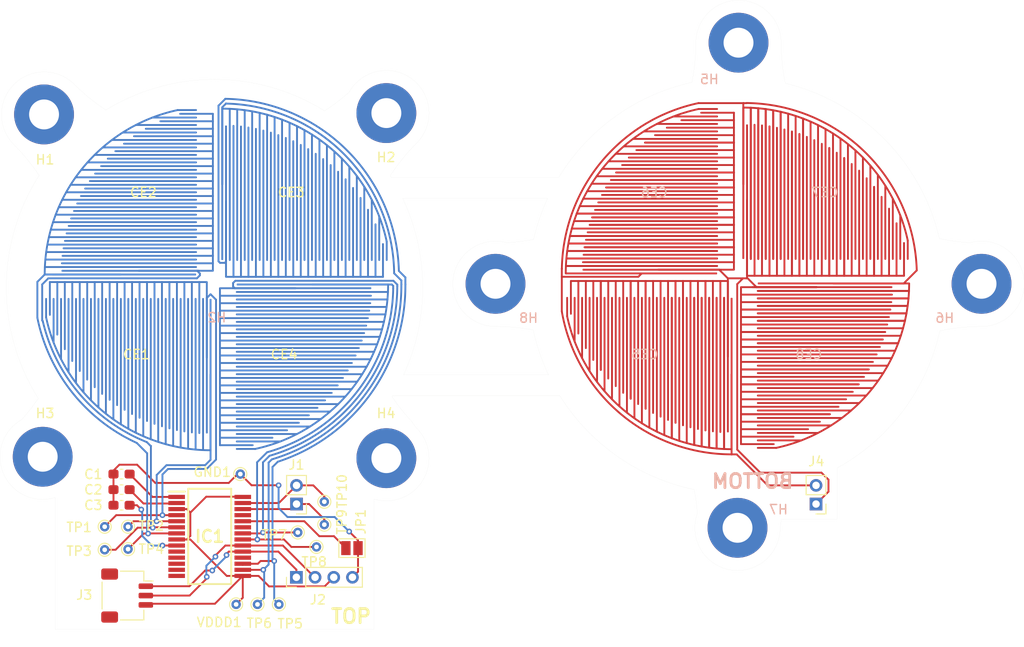
<source format=kicad_pcb>
(kicad_pcb (version 20241229) (generator "pcbnew") (generator_version "9.0")
  (layers (0 "F.Cu" signal) (2 "B.Cu" signal) (13 "F.Paste" user) (15 "B.Paste" user) (5 "F.SilkS" user "F.Silkscreen") (7 "B.SilkS" user "B.Silkscreen") (1 "F.Mask" user) (3 "B.Mask" user) (25 "Edge.Cuts" user))
  (net 0 "")
  (net 1 "Net-(IC1-VCCD)")
  (net 2 "GND")
  (net 3 "Net-(IC1-VSSD)")
  (net 4 "Net-(IC1-VSSA)")
  (net 5 "P5.3")
  (net 6 "P5.2")
  (net 7 "P1.1")
  (net 8 "P1.0")
  (net 9 "P1.3")
  (net 10 "P1.2")
  (net 16 "VDDA_1")
  (net 17 "P3.6")
  (net 18 "P3.1")
  (net 20 "Net-(IC1-XRES)")
  (net 22 "P3.7")
  (net 24 "P3.2")
  (net 31 "P0.1")
  (net 33 "P0.0")
  (footprint "PCB Coils:COIL_GENERATOR_1" (layer "F.Cu") (at 186.562915 50.091 180)
    (property "Reference" "CE2")
    (property "Value" "C")
  )
  (footprint "MountingHole:MountingHole_3.2mm_M3_Pad" (layer "F.Cu") (at 216.813046 51.087283)
    (property "Reference" "H8")
    (property "Value" "~")
  )
  (footprint "PCB Coils:COIL_GENERATOR_1" (layer "F.Cu") (at 187.567915 50.341 90)
    (property "Reference" "CE3")
    (property "Value" "C")
  )
  (footprint "TestPoint:TestPoint_THTPad_D1.0mm_Drill0.5mm" (layer "F.Cu") (at 177.4821 77.086)
    (property "Reference" "TP2")
    (property "Value" "TestPoint")
  )
  (footprint "MountingHole:MountingHole_3.2mm_M3_Pad" (layer "F.Cu") (at 242.822646 25.280883)
    (property "Reference" "H5")
    (property "Value" "~")
  )
  (footprint "Connector_PinHeader_2.00mm:PinHeader_1x04_P2.00mm_Vertical" (layer "F.Cu") (at 195.5 82.5 90)
    (property "Reference" "J2")
    (property "Value" "Conn_01x04")
  )
  (footprint "Capacitor_SMD:C_0603_1608Metric_Pad1.08x0.95mm_HandSolder" (layer "F.Cu") (at 176.7875 73.115 180)
    (property "Reference" "C2")
    (property "Value" "0.1uF")
  )
  (footprint "PCB Coils:COIL_GENERATOR" (layer "F.Cu") (at 242.33072 49.976 180)
    (property "Reference" "CE6")
    (property "Value" "C")
  )
  (footprint "Connector_PinHeader_2.00mm:PinHeader_1x02_P2.00mm_Vertical" (layer "F.Cu") (at 251.121 74.66 180)
    (property "Reference" "J4")
    (property "Value" "Conn_01x02")
  )
  (footprint "TestPoint:TestPoint_THTPad_D1.0mm_Drill0.5mm" (layer "F.Cu") (at 174.9821 79.552667 180)
    (property "Reference" "TP3")
    (property "Value" "TestPoint")
  )
  (footprint "PCB Coils:COIL_GENERATOR" (layer "F.Cu") (at 243.33572 50.226 90)
    (property "Reference" "CE7")
    (property "Value" "C")
  )
  (footprint "Jumper:SolderJumper-2_P1.3mm_Open_Pad1.0x1.5mm" (layer "F.Cu") (at 201.448 79.376)
    (property "Reference" "JP1")
    (property "Value" "SolderJumper_2_Open")
  )
  (footprint "Capacitor_SMD:C_0603_1608Metric_Pad1.08x0.95mm_HandSolder" (layer "F.Cu") (at 176.7875 74.787 180)
    (property "Reference" "C3")
    (property "Value" "0.1uF")
  )
  (footprint "TestPoint:TestPoint_THTPad_D1.0mm_Drill0.5mm" (layer "F.Cu") (at 197.65 79.25 180)
    (property "Reference" "TP8")
    (property "Value" "TestPoint")
  )
  (footprint "TestPoint:TestPoint_THTPad_D1.0mm_Drill0.5mm" (layer "F.Cu") (at 198.490493 76.86154 180)
    (property "Reference" "TP9")
    (property "Value" "TestPoint")
  )
  (footprint "MountingHole:MountingHole_3.2mm_M3_Pad" (layer "F.Cu") (at 168.491566 32.958434)
    (property "Reference" "H1")
    (property "Value" "~")
  )
  (footprint "Connector_PinHeader_2.00mm:PinHeader_1x02_P2.00mm_Vertical" (layer "F.Cu") (at 195.5161 74.66 180)
    (property "Reference" "J1")
    (property "Value" "Conn_01x02" (hide yes))
  )
  (footprint "Connector_JST:JST_SH_SM03B-SRSS-TB_1x03-1MP_P1.00mm_Horizontal" (layer "F.Cu") (at 177.3871 84.455 -90)
    (property "Reference" "J3")
    (property "Value" "Conn_01x04")
  )
  (footprint "MountingHole:MountingHole_3.2mm_M3_Pad" (layer "F.Cu") (at 268.832246 51.087283)
    (property "Reference" "H6")
    (property "Value" "~")
  )
  (footprint "ECE382N:SOP65P780X200-28N" (layer "F.Cu") (at 186.223505 78.125)
    (property "Reference" "IC1")
    (property "Value" "CY8C4145PVI-PS431" (hide yes))
  )
  (footprint "TestPoint:TestPoint_THTPad_D1.0mm_Drill0.5mm" (layer "F.Cu") (at 177.4821 79.486 180)
    (property "Reference" "TP4")
    (property "Value" "TestPoint")
  )
  (footprint "MountingHole:MountingHole_3.2mm_M3_Pad" (layer "F.Cu") (at 205.131046 69.749583)
    (property "Reference" "H4")
    (property "Value" "~")
  )
  (footprint "PCB Coils:COIL_GENERATOR_1" (layer "F.Cu") (at 186.312915 50.902 -90)
    (property "Reference" "CE1")
    (property "Value" "C")
  )
  (footprint "TestPoint:TestPoint_THTPad_D1.0mm_Drill0.5mm" (layer "F.Cu") (at 193.629445 85.4 90)
    (property "Reference" "TP5")
    (property "Value" "TestPoint")
  )
  (footprint "TestPoint:TestPoint_THTPad_D1.0mm_Drill0.5mm" (layer "F.Cu") (at 191.336 85.4)
    (property "Reference" "TP6")
    (property "Value" "TestPoint")
  )
  (footprint "PCB Coils:COIL_GENERATOR_1" (layer "F.Cu") (at 187.317915 51.162)
    (property "Reference" "CE4")
    (property "Value" "C")
  )
  (footprint "TestPoint:TestPoint_THTPad_D1.0mm_Drill0.5mm" (layer "F.Cu") (at 198.490493 74.41154 180)
    (property "Reference" "TP10")
    (property "Value" "TestPoint")
  )
  (footprint "TestPoint:TestPoint_THTPad_D1.0mm_Drill0.5mm" (layer "F.Cu") (at 195.65 77.7 180)
    (property "Reference" "TP7")
    (property "Value" "TestPoint")
  )
  (footprint "PCB Coils:COIL_GENERATOR" (layer "F.Cu") (at 243.08572 51.047)
    (property "Reference" "CE8")
    (property "Value" "C")
  )
  (footprint "TestPoint:TestPoint_THTPad_D1.0mm_Drill0.5mm" (layer "F.Cu") (at 189.05 85.4 180)
    (property "Reference" "VDDD1")
    (property "Value" "TestPoint")
  )
  (footprint "PCB Coils:COIL_GENERATOR" (layer "F.Cu") (at 242.08072 50.787 -90)
    (property "Reference" "CE5")
    (property "Value" "C")
  )
  (footprint "Capacitor_SMD:C_0603_1608Metric_Pad1.08x0.95mm_HandSolder" (layer "F.Cu") (at 176.7875 71.45 180)
    (property "Reference" "C1")
    (property "Value" "0.1uF")
  )
  (footprint "MountingHole:MountingHole_3.2mm_M3_Pad" (layer "F.Cu") (at 168.347876 69.597883)
    (property "Reference" "H3")
    (property "Value" "~")
  )
  (footprint "MountingHole:MountingHole_3.2mm_M3_Pad" (layer "F.Cu") (at 242.715396 77.204133)
    (property "Reference" "H7")
    (property "Value" "~")
  )
  (footprint "TestPoint:TestPoint_THTPad_D1.0mm_Drill0.5mm" (layer "F.Cu") (at 189.5 71.45)
    (property "Reference" "GND1")
    (property "Value" "TestPoint")
  )
  (footprint "MountingHole:MountingHole_3.2mm_M3_Pad" (layer "F.Cu") (at 205.131006 32.814753)
    (property "Reference" "H2")
    (property "Value" "~")
  )
  (footprint "TestPoint:TestPoint_THTPad_D1.0mm_Drill0.5mm" (layer "F.Cu") (at 174.9821 77.086)
    (property "Reference" "TP1")
    (property "Value" "TestPoint")
  )
  (gr_arc (start 242.08072 69.342) (mid 230.199447 65.004107) (end 223.908189 54.03133) (stroke (width 0.2)) (layer "F.Cu") (net 5))
  (gr_arc (start 223.91414 49.4792) (mid 228.126513 38.052858) (end 238.543406 31.744623) (stroke (width 0.2)) (layer "F.Cu") (net 5))
  (gr_arc (start 243.699965 31.736812) (mid 256.40309 37.032601) (end 261.9 49.65) (stroke (width 0.2)) (layer "F.Cu") (net 5))
  (gr_arc (start 179.494375 68.031351) (mid 172.330412 62.918533) (end 168.352995 55.0672) (stroke (width 0.2)) (layer "B.Cu") (net 10))
  (gr_arc (start 205.863053 51.565005) (mid 202.033397 62.585608) (end 192.366431 69.117799) (stroke (width 0.2)) (layer "B.Cu") (net 33))
  (gr_arc (start 207.166597 51.155728) (mid 203.440069 62.876757) (end 193.509041 70.132405) (stroke (width 0.2)) (layer "B.Cu") (net 24))
  (gr_arc (start 187.882195 31.286187) (mid 200.876977 36.761217) (end 206.469101 49.70604) (stroke (width 0.2)) (layer "B.Cu") (net 24))
  (gr_arc (start 187.963946 31.797564) (mid 200.635265 37.240356) (end 205.964164 49.96) (stroke (width 0.2)) (layer "B.Cu") (net 18))
  (gr_arc (start 178.424812 68.123433) (mid 171.4951 62.7) (end 167.776338 54.724707) (stroke (width 0.2)) (layer "B.Cu") (net 9))
  (gr_arc (start 206.299177 51.353274) (mid 202.486677 62.707486) (end 192.620041 69.497405) (stroke (width 0.2)) (layer "B.Cu") (net 31))
  (gr_arc (start 206.735478 51.155121) (mid 202.936577 62.83534) (end 192.874041 69.878405) (stroke (width 0.2)) (layer "B.Cu") (net 18))
  (gr_arc (start 216.813046 55.653635) (mid 212.2889 50.467868) (end 218.040426 46.688975) (stroke (width 0.008)) (layer "Edge.Cuts"))
  (gr_line (start 206.966778 60.840883) (end 222.487259 60.840883) (stroke (width 0.008)) (layer "Edge.Cuts"))
  (gr_arc (start 165.262667 36.187333) (mid 166.696577 37.771834) (end 167.965653 39.49119) (stroke (width 0.008)) (layer "Edge.Cuts"))
  (gr_arc (start 222.487259 60.840883) (mid 221.529753 58.483548) (end 220.847236 56.032423) (stroke (width 0.008)) (layer "Edge.Cuts"))
  (gr_line (start 203.808246 88.069683) (end 203.808246 74.120137) (stroke (width 0.008)) (layer "Edge.Cuts"))
  (gr_arc (start 175.107991 32.487779) (mid 173.343807 31.195145) (end 171.720464 29.729536) (stroke (width 0.008)) (layer "Edge.Cuts"))
  (gr_arc (start 238.256294 25.280883) (mid 242.822646 20.714531) (end 247.388998 25.280883) (stroke (width 0.008)) (layer "Edge.Cuts"))
  (gr_line (start 208.344731 66.505547) (end 207.806458 65.772968) (stroke (width 0.008)) (layer "Edge.Cuts"))
  (gr_arc (start 247.281699 77.182719) (mid 241.9388 81.703965) (end 238.420422 75.653404) (stroke (width 0.008)) (layer "Edge.Cuts"))
  (gr_arc (start 267.604866 46.688975) (mid 273.356392 50.467868) (end 268.832246 55.653635) (stroke (width 0.008)) (layer "Edge.Cuts"))
  (gr_arc (start 223.583609 39.708083) (mid 229.665648 33.160005) (end 237.831414 29.528363) (stroke (width 0.008)) (layer "Edge.Cuts"))
  (gr_arc (start 220.895547 46.331918) (mid 219.473982 46.558391) (end 218.040426 46.688975) (stroke (width 0.008)) (layer "Edge.Cuts"))
  (gr_arc (start 264.371724 56.123035) (mid 266.58967 55.771307) (end 268.832246 55.653635) (stroke (width 0.008)) (layer "Edge.Cuts"))
  (gr_arc (start 216.813046 55.653635) (mid 218.839013 55.748539) (end 220.847236 56.032423) (stroke (width 0.008)) (layer "Edge.Cuts"))
  (gr_arc (start 205.537759 39.52963) (mid 205.594166 39.618724) (end 205.65015 39.708083) (stroke (width 0.008)) (layer "Edge.Cuts"))
  (gr_arc (start 267.604866 46.688975) (mid 265.955471 46.530284) (end 264.323254 46.244706) (stroke (width 0.008)) (layer "Edge.Cuts"))
  (gr_arc (start 175.107991 32.487779) (mid 186.826148 29.211232) (end 198.518452 32.57887) (stroke (width 0.008)) (layer "Edge.Cuts"))
  (gr_line (start 253.389046 70.797682) (end 253.389046 76.284083) (stroke (width 0.008)) (layer "Edge.Cuts"))
  (gr_line (start 169.670646 73.968446) (end 169.670646 88.069683) (stroke (width 0.008)) (layer "Edge.Cuts"))
  (gr_arc (start 238.256294 25.280883) (mid 238.149809 27.415222) (end 237.831414 29.528363) (stroke (width 0.008)) (layer "Edge.Cuts"))
  (gr_arc (start 201.153049 30.572566) (mid 207.892066 29.177708) (end 208.359909 36.043649) (stroke (width 0.008)) (layer "Edge.Cuts"))
  (gr_arc (start 247.833969 29.626599) (mid 247.500531 27.465102) (end 247.388998 25.280883) (stroke (width 0.008)) (layer "Edge.Cuts"))
  (gr_arc (start 207.806458 65.772968) (mid 206.71664 64.502747) (end 205.729285 63.151349) (stroke (width 0.008)) (layer "Edge.Cuts"))
  (gr_line (start 223.708742 63.076083) (end 205.775282 63.076083) (stroke (width 0.008)) (layer "Edge.Cuts"))
  (gr_arc (start 201.153049 30.572566) (mid 199.874538 31.626653) (end 198.518452 32.57887) (stroke (width 0.008)) (layer "Edge.Cuts"))
  (gr_arc (start 205.775282 63.076083) (mid 205.752322 63.113739) (end 205.729285 63.151349) (stroke (width 0.008)) (layer "Edge.Cuts"))
  (gr_arc (start 205.537759 39.52963) (mid 206.857374 37.712596) (end 208.359909 36.043649) (stroke (width 0.008)) (layer "Edge.Cuts"))
  (gr_line (start 205.65015 39.708083) (end 223.583609 39.708083) (stroke (width 0.008)) (layer "Edge.Cuts"))
  (gr_arc (start 264.371724 56.123035) (mid 260.459134 64.641913) (end 253.389046 70.797682) (stroke (width 0.008)) (layer "Edge.Cuts"))
  (gr_arc (start 238.069817 73.10369) (mid 229.862681 69.560132) (end 223.708742 63.076083) (stroke (width 0.008)) (layer "Edge.Cuts"))
  (gr_arc (start 208.344731 66.505547) (mid 209.053974 72.086716) (end 203.808246 74.120137) (stroke (width 0.008)) (layer "Edge.Cuts"))
  (gr_arc (start 238.069817 73.10369) (mid 238.283002 74.373338) (end 238.420422 75.653404) (stroke (width 0.008)) (layer "Edge.Cuts"))
  (gr_line (start 222.392107 41.943283) (end 206.871633 41.943283) (stroke (width 0.008)) (layer "Edge.Cuts"))
  (gr_line (start 247.281699 77.182719) (end 247.419095 76.284083) (stroke (width 0.008)) (layer "Edge.Cuts"))
  (gr_arc (start 206.871633 41.943283) (mid 209.021783 51.381497) (end 206.966778 60.840883) (stroke (width 0.008)) (layer "Edge.Cuts"))
  (gr_arc (start 220.895547 46.331918) (mid 221.529363 44.098566) (end 222.392107 41.943283) (stroke (width 0.008)) (layer "Edge.Cuts"))
  (gr_arc (start 169.670646 73.968446) (mid 164.148379 71.391131) (end 166.105697 65.619918) (stroke (width 0.008)) (layer "Edge.Cuts"))
  (gr_line (start 169.670646 88.069683) (end 203.808246 88.069683) (stroke (width 0.008)) (layer "Edge.Cuts"))
  (gr_arc (start 165.262667 36.187333) (mid 165.262667 29.729535) (end 171.720464 29.729536) (stroke (width 0.008)) (layer "Edge.Cuts"))
  (gr_arc (start 167.872095 63.348564) (mid 164.456998 51.406301) (end 167.965653 39.49119) (stroke (width 0.008)) (layer "Edge.Cuts"))
  (gr_line (start 253.389046 76.284083) (end 247.419095 76.284083) (stroke (width 0.008)) (layer "Edge.Cuts"))
  (gr_arc (start 167.872095 63.348564) (mid 167.027037 64.513902) (end 166.105697 65.619918) (stroke (width 0.008)) (layer "Edge.Cuts"))
  (gr_arc (start 247.833969 29.626599) (mid 258.436826 35.595719) (end 264.323254 46.244706) (stroke (width 0.008)) (layer "Edge.Cuts"))
  (gr_text "TOP" (at 199.05 87.55 0) (layer "F.SilkS") (effects (font (size 1.5 1.5) (thickness 0.3) (bold yes)) (justify left bottom)))
  (gr_text "BOTTOM" (at 248.85 73.1 0) (layer "B.SilkS") (effects (font (size 1.5 1.5) (thickness 0.3) (bold yes)) (justify left bottom mirror)))
  (gr_text "H2" (at 186.987098 54.7 0) (layer "B.SilkS") (effects (font (size 1 1)) (justify mirror)))
  (segment (start 177.65 71.45) (end 180.1 73.9) (width 0.2) (layer "F.Cu") (net 1))
  (segment (start 180.1 73.9) (end 182.685505 73.9) (width 0.2) (layer "F.Cu") (net 1))
  (segment (start 180.4 72.4) (end 178.45 70.45) (width 0.2) (layer "F.Cu") (net 2))
  (segment (start 178.45 70.45) (end 176.55 70.45) (width 0.2) (layer "F.Cu") (net 2))
  (segment (start 189.5 71.45) (end 190.7 72.65) (width 0.2) (layer "F.Cu") (net 2))
  (segment (start 189.2091 71.45) (end 188.2591 72.4) (width 0.2) (layer "F.Cu") (net 2))
  (segment (start 190.7 72.65) (end 193.5951 72.65) (width 0.2) (layer "F.Cu") (net 2))
  (segment (start 202.098 78.548) (end 201.15 77.6) (width 0.2) (layer "F.Cu") (net 2))
  (segment (start 202.098 79.376) (end 202.098 81.902) (width 0.2) (layer "F.Cu") (net 2))
  (segment (start 189.5 71.45) (end 189.2091 71.45) (width 0.2) (layer "F.Cu") (net 2))
  (segment (start 202.098 81.902) (end 201.5 82.5) (width 0.2) (layer "F.Cu") (net 2))
  (segment (start 188.2591 72.4) (end 180.4 72.4) (width 0.2) (layer "F.Cu") (net 2))
  (segment (start 176.55 70.45) (end 175.8576 71.1424) (width 0.2) (layer "F.Cu") (net 2))
  (segment (start 175.925 71.45) (end 175.925 73.115) (width 0.2) (layer "F.Cu") (net 2))
  (segment (start 202.098 79.376) (end 202.098 78.548) (width 0.2) (layer "F.Cu") (net 2))
  (segment (start 175.925 73.115) (end 175.925 74.787) (width 0.2) (layer "F.Cu") (net 2))
  (via (at 201.15 77.6) (size 0.6) (drill 0.3) (layers "F.Cu" "B.Cu") (net 2))
  (via (at 193.5951 72.65) (size 0.6) (drill 0.3) (layers "F.Cu" "B.Cu") (net 2))
  (segment (start 193.5951 75.0951) (end 194.549 76.049) (width 0.2) (layer "B.Cu") (net 2))
  (segment (start 199.599 76.049) (end 201.15 77.6) (width 0.2) (layer "B.Cu") (net 2))
  (segment (start 194.549 76.049) (end 199.599 76.049) (width 0.2) (layer "B.Cu") (net 2))
  (segment (start 193.5951 72.65) (end 193.5951 75.0951) (width 0.2) (layer "B.Cu") (net 2))
  (segment (start 179.136 74.601) (end 182.685505 74.601) (width 0.2) (layer "F.Cu") (net 3))
  (segment (start 177.65 73.115) (end 179.136 74.601) (width 0.2) (layer "F.Cu") (net 3))
  (segment (start 181.1651 79.1) (end 182.685505 79.1) (width 0.2) (layer "F.Cu") (net 4))
  (segment (start 177.65 74.787) (end 178.437559 74.787) (width 0.2) (layer "F.Cu") (net 4))
  (segment (start 178.437559 74.787) (end 178.900559 75.25) (width 0.2) (layer "F.Cu") (net 4))
  (via (at 181.1651 79.1) (size 0.6) (drill 0.3) (layers "F.Cu" "B.Cu") (net 4))
  (via (at 178.900559 75.25) (size 0.6) (drill 0.3) (layers "F.Cu" "B.Cu") (net 4))
  (segment (start 178.900559 75.25) (end 178.900559 75.463959) (width 0.2) (layer "B.Cu") (net 4))
  (segment (start 179 75.5634) (end 179 78.075802) (width 0.2) (layer "B.Cu") (net 4))
  (segment (start 178.900559 75.463959) (end 179 75.5634) (width 0.2) (layer "B.Cu") (net 4))
  (segment (start 179 78.075802) (end 180.029198 79.105) (width 0.2) (layer "B.Cu") (net 4))
  (segment (start 180.029198 79.105) (end 181.1601 79.105) (width 0.2) (layer "B.Cu") (net 4))
  (segment (start 181.1601 79.105) (end 181.1651 79.1) (width 0.2) (layer "B.Cu") (net 4))
  (segment (start 245.9429 72.66) (end 251.121 72.66) (width 0.2) (layer "F.Cu") (net 5))
  (segment (start 232.1 50.335) (end 223.908189 50.335) (width 0.2) (layer "F.Cu") (net 5))
  (segment (start 232.43072 49.976) (end 232.43072 50.00428) (width 0.2) (layer "F.Cu") (net 5))
  (segment (start 195.7501 72.426) (end 195.5161 72.66) (width 0.2) (layer "F.Cu") (net 5))
  (segment (start 232.43072 50.00428) (end 232.1 50.335) (width 0.2) (layer "F.Cu") (net 5))
  (segment (start 195.5161 72.66) (end 197.31 72.66) (width 0.2) (layer "F.Cu") (net 5))
  (segment (start 243.33572 40.441) (end 243.33572 31.76974) (width 0.2) (layer "F.Cu") (net 5))
  (segment (start 252.98572 51.047) (end 260.503 51.047) (width 0.2) (layer "F.Cu") (net 5))
  (segment (start 223.908189 49.473249) (end 223.908189 54.03133) (width 0.2) (layer "F.Cu") (net 5))
  (segment (start 242.0808 60.80208) (end 242.0808 69.342) (width 0.2) (layer "F.Cu") (net 5))
  (segment (start 243.35546 31.75) (end 243.684018 31.75) (width 0.2) (layer "F.Cu") (net 5))
  (segment (start 260.503 51.047) (end 261.9 49.65) (width 0.2) (layer "F.Cu") (net 5))
  (segment (start 223.91414 49.4792) (end 223.908189 49.473249) (width 0.2) (layer "F.Cu") (net 5))
  (segment (start 242.08072 69.342) (end 242.6249 69.342) (width 0.2) (layer "F.Cu") (net 5))
  (segment (start 242.6249 69.342) (end 245.9429 72.66) (width 0.2) (layer "F.Cu") (net 5))
  (segment (start 243.33572 31.76974) (end 243.35546 31.75) (width 0.2) (layer "F.Cu") (net 5))
  (segment (start 197.31 72.66) (end 198.490493 73.840493) (width 0.2) (layer "F.Cu") (net 5))
  (segment (start 242.08072 60.802) (end 242.0808 60.80208) (width 0.2) (layer "F.Cu") (net 5))
  (segment (start 189.761505 74.55) (end 193.6261 74.55) (width 0.2) (layer "F.Cu") (net 5))
  (segment (start 198.490493 73.840493) (end 198.490493 74.41154) (width 0.2) (layer "F.Cu") (net 5))
  (segment (start 193.6261 74.55) (end 195.5161 72.66) (width 0.2) (layer "F.Cu") (net 5))
  (segment (start 243.35546 31.75) (end 238.54454 31.75) (width 0.2) (layer "F.Cu") (net 5))
  (segment (start 251.7 71.3) (end 252.45 72.05) (width 0.2) (layer "F.Cu") (net 6))
  (segment (start 243.3 50.502743) (end 243.668697 50.502743) (width 0.2) (layer "F.Cu") (net 6))
  (segment (start 251.18372 51.447) (end 244.747 51.447) (width 0.2) (layer "F.Cu") (net 6))
  (segment (start 243.3 50.502743) (end 242.68472 51.118023) (width 0.2) (layer "F.Cu") (net 6))
  (segment (start 252.45 73.331) (end 251.121 74.66) (width 0.2) (layer "F.Cu") (net 6))
  (segment (start 189.761505 75.2) (end 194.9761 75.2) (width 0.2) (layer "F.Cu") (net 6))
  (segment (start 252.45 72.05) (end 252.45 73.331) (width 0.2) (layer "F.Cu") (net 6))
  (segment (start 194.9761 75.2) (end 195.5161 74.66) (width 0.2) (layer "F.Cu") (net 6))
  (segment (start 242.68472 51.118023) (end 242.68472 68.83472) (width 0.2) (layer "F.Cu") (net 6))
  (segment (start 242.68472 68.83472) (end 245.15 71.3) (width 0.2) (layer "F.Cu") (net 6))
  (segment (start 244.747 51.447) (end 243.73572 50.43572) (width 0.2) (layer "F.Cu") (net 6))
  (segment (start 245.15 71.3) (end 251.7 71.3) (width 0.2) (layer "F.Cu") (net 6))
  (segment (start 241.68072 58.885) (end 241.68072 50.502743) (width 0.2) (layer "F.Cu") (net 6))
  (segment (start 241.68072 50.502743) (end 240.753977 49.576) (width 0.2) (layer "F.Cu") (net 6))
  (segment (start 243.668697 50.502743) (end 243.73572 50.43572) (width 0.2) (layer "F.Cu") (net 6))
  (segment (start 196.86 74.66) (end 198.490493 76.290493) (width 0.2) (layer "F.Cu") (net 6))
  (segment (start 240.753977 49.576) (end 234.23272 49.576) (width 0.2) (layer "F.Cu") (net 6))
  (segment (start 241.68072 50.502743) (end 243.3 50.502743) (width 0.2) (layer "F.Cu") (net 6))
  (segment (start 244.316 51.447) (end 251.18372 51.447) (width 0.2) (layer "F.Cu") (net 6))
  (segment (start 243.73572 50.43572) (end 243.73572 42.128) (width 0.2) (layer "F.Cu") (net 6))
  (segment (start 195.5321 74.676) (end 195.5161 74.66) (width 0.2) (layer "F.Cu") (net 6))
  (segment (start 198.490493 76.290493) (end 198.490493 76.86154) (width 0.2) (layer "F.Cu") (net 6))
  (segment (start 195.5161 74.66) (end 196.86 74.66) (width 0.2) (layer "F.Cu") (net 6))
  (segment (start 177.4821 77.086) (end 178.0681 76.5) (width 0.2) (layer "F.Cu") (net 7))
  (segment (start 180.5301 76.5) (end 182.685505 76.5) (width 0.2) (layer "F.Cu") (net 7))
  (segment (start 178.0681 76.5) (end 180.5301 76.5) (width 0.2) (layer "F.Cu") (net 7))
  (via (at 180.5301 76.5) (size 0.6) (drill 0.3) (layers "F.Cu" "B.Cu") (net 7))
  (segment (start 186.312915 60.802) (end 186.312915 69.919985) (width 0.2) (layer "B.Cu") (net 7))
  (segment (start 185.7329 70.5) (end 181.599 70.5) (width 0.2) (layer "B.Cu") (net 7))
  (segment (start 186.312915 68.462915) (end 186.312915 60.802) (width 0.2) (layer "B.Cu") (net 7))
  (segment (start 180.55 71.549) (end 180.55 76.4801) (width 0.2) (layer "B.Cu") (net 7))
  (segment (start 180.55 76.4801) (end 180.5301 76.5) (width 0.2) (layer "B.Cu") (net 7))
  (segment (start 181.599 70.5) (end 180.55 71.549) (width 0.2) (layer "B.Cu") (net 7))
  (segment (start 186.312915 69.919985) (end 185.7329 70.5) (width 0.2) (layer "B.Cu") (net 7))
  (segment (start 181.1651 75.85) (end 182.685505 75.85) (width 0.2) (layer "F.Cu") (net 8))
  (segment (start 174.9821 77.086) (end 176.2181 75.85) (width 0.2) (layer "F.Cu") (net 8))
  (segment (start 176.2181 75.85) (end 181.1651 75.85) (width 0.2) (layer "F.Cu") (net 8))
  (via (at 181.1651 75.85) (size 0.6) (drill 0.3) (layers "F.Cu" "B.Cu") (net 8))
  (segment (start 186.312915 52.204226) (end 186.9 52.791311) (width 0.2) (layer "B.Cu") (net 8))
  (segment (start 185.9 70.9) (end 181.7661 70.9) (width 0.2) (layer "B.Cu") (net 8))
  (segment (start 186.9 52.791311) (end 186.9 69.9) (width 0.2) (layer "B.Cu") (net 8))
  (segment (start 185.912915 59) (end 185.912915 52.604226) (width 0.2) (layer "B.Cu") (net 8))
  (segment (start 181.1651 71.501) (end 181.1651 75.85) (width 0.2) (layer "B.Cu") (net 8))
  (segment (start 181.7661 70.9) (end 181.1651 71.501) (width 0.2) (layer "B.Cu") (net 8))
  (segment (start 186.9 69.9) (end 185.9 70.9) (width 0.2) (layer "B.Cu") (net 8))
  (segment (start 185.912915 52.604226) (end 186.312915 52.204226) (width 0.2) (layer "B.Cu") (net 8))
  (segment (start 177.4821 79.486) (end 179.151522 77.816578) (width 0.2) (layer "F.Cu") (net 9))
  (segment (start 179.151522 77.816578) (end 179.62793 77.816578) (width 0.2) (layer "F.Cu") (net 9))
  (segment (start 179.644508 77.8) (end 179.62793 77.816578) (width 0.2) (layer "F.Cu") (net 9))
  (segment (start 182.685505 77.8) (end 179.644508 77.8) (width 0.2) (layer "F.Cu") (net 9))
  (via (at 179.62793 77.816578) (size 0.6) (drill 0.3) (layers "F.Cu" "B.Cu") (net 9))
  (segment (start 170.65 50.1) (end 169.717815 50.1) (width 0.2) (layer "B.Cu") (net 9))
  (segment (start 176.662915 50.091) (end 168.562915 50.091) (width 0.2) (layer "B.Cu") (net 9))
  (segment (start 179.52455 76.941234) (end 179.52455 77.43912) (width 0.2) (layer "B.Cu") (net 9))
  (segment (start 168.562915 50.091) (end 167.776338 50.877577) (width 0.2) (layer "B.Cu") (net 9))
  (segment (start 176.662915 50.091) (end 170.407157 50.091) (width 0.2) (layer "B.Cu") (net 9))
  (segment (start 171.012057 50.091) (end 170.679857 50.091) (width 0.2) (layer "B.Cu") (net 9))
  (segment (start 179.5281 69.226721) (end 179.5281 76.937684) (width 0.2) (layer "B.Cu") (net 9))
  (segment (start 169.717815 50.1) (end 169.385615 50.1) (width 0.2) (layer "B.Cu") (net 9))
  (segment (start 167.776338 50.877577) (end 167.776338 54.724707) (width 0.2) (layer "B.Cu") (net 9))
  (segment (start 178.424812 68.123433) (end 179.5281 69.226721) (width 0.2) (layer "B.Cu") (net 9))
  (segment (start 179.55 77.738648) (end 179.62793 77.816578) (width 0.2) (layer "B.Cu") (net 9))
  (segment (start 179.5281 76.937684) (end 179.52455 76.941234) (width 0.2) (layer "B.Cu") (net 9))
  (segment (start 179.52455 77.43912) (end 179.55 77.46457) (width 0.2) (layer "B.Cu") (net 9))
  (segment (start 179.55 77.46457) (end 179.55 77.738648) (width 0.2) (layer "B.Cu") (net 9))
  (segment (start 180.165727 77.15) (end 182.685505 77.15) (width 0.2) (layer "F.Cu") (net 10))
  (segment (start 180.12555 77.190177) (end 180.165727 77.15) (width 0.2) (layer "F.Cu") (net 10))
  (segment (start 180.12555 77.190177) (end 178.510709 77.190177) (width 0.2) (layer "F.Cu") (net 10))
  (segment (start 176.148219 79.552667) (end 174.9821 79.552667) (width 0.2) (layer "F.Cu") (net 10))
  (segment (start 178.510709 77.190177) (end 176.148219 79.552667) (width 0.2) (layer "F.Cu") (net 10))
  (via (at 180.12555 77.190177) (size 0.6) (drill 0.3) (layers "F.Cu" "B.Cu") (net 10))
  (segment (start 179.9291 76.993727) (end 180.12555 77.190177) (width 0.2) (layer "B.Cu") (net 10))
  (segment (start 184.850689 50.501) (end 168.946815 50.501) (width 0.2) (layer "B.Cu") (net 10))
  (segment (start 179.897024 68.434) (end 179.9291 68.434) (width 0.2) (layer "B.Cu") (net 10))
  (segment (start 179.9291 68.434) (end 179.9291 76.993727) (width 0.2) (layer "B.Cu") (net 10))
  (segment (start 179.494375 68.031351) (end 179.897024 68.434) (width 0.2) (layer "B.Cu") (net 10))
  (segment (start 168.2951 55.009305) (end 168.352995 55.0672) (width 0.2) (layer "B.Cu") (net 10))
  (segment (start 185.169915 49.983) (end 185.169915 50.181774) (width 0.2) (layer "B.Cu") (net 10))
  (segment (start 184.877915 49.691) (end 185.169915 49.983) (width 0.2) (layer "B.Cu") (net 10))
  (segment (start 168.2951 51.152715) (end 168.2951 55.009305) (width 0.2) (layer "B.Cu") (net 10))
  (segment (start 185.169915 50.181774) (end 184.850689 50.501) (width 0.2) (layer "B.Cu") (net 10))
  (segment (start 168.946815 50.501) (end 168.2951 51.152715) (width 0.2) (layer "B.Cu") (net 10))
  (segment (start 178.62782 49.691) (end 185.04082 49.691) (width 0.2) (layer "B.Cu") (net 10))
  (segment (start 184.147005 78.45) (end 188.047005 82.35) (width 0.2) (layer "F.Cu") (net 16))
  (segment (start 182.685505 78.45) (end 184.098505 78.45) (width 0.2) (layer "F.Cu") (net 16))
  (segment (start 189.761505 82.35) (end 186.783505 85.328) (width 0.2) (layer "F.Cu") (net 16))
  (segment (start 189.761505 84.688495) (end 189.05 85.4) (width 0.2) (layer "F.Cu") (net 16))
  (segment (start 191.4521 82.35) (end 192.5781 83.476) (width 0.2) (layer "F.Cu") (net 16))
  (segment (start 192.5781 83.476) (end 198.524 83.476) (width 0.2) (layer "F.Cu") (net 16))
  (segment (start 179.5141 85.328) (end 179.3871 85.455) (width 0.2) (layer "F.Cu") (net 16))
  (segment (start 184.15 78.073005) (end 184.15 75.576995) (width 0.2) (layer "F.Cu") (net 16))
  (segment (start 182.685505 78.45) (end 183.773005 78.45) (width 0.2) (layer "F.Cu") (net 16))
  (segment (start 184.15 75.576995) (end 185.851995 73.875) (width 0.2) (layer "F.Cu") (net 16))
  (segment (start 186.783505 85.328) (end 179.5141 85.328) (width 0.2) (layer "F.Cu") (net 16))
  (segment (start 183.773005 78.45) (end 184.15 78.073005) (width 0.2) (layer "F.Cu") (net 16))
  (segment (start 198.524 83.476) (end 199.5 82.5) (width 0.2) (layer "F.Cu") (net 16))
  (segment (start 189.761505 82.35) (end 189.761505 84.688495) (width 0.2) (layer "F.Cu") (net 16))
  (segment (start 189.761505 82.35) (end 189.383505 82.35) (width 0.2) (layer "F.Cu") (net 16))
  (segment (start 183.773005 75.2) (end 182.685505 75.2) (width 0.2) (layer "F.Cu") (net 16))
  (segment (start 189.761505 82.35) (end 191.4521 82.35) (width 0.2) (layer "F.Cu") (net 16))
  (segment (start 185.851995 73.875) (end 189.519405 73.875) (width 0.2) (layer "F.Cu") (net 16))
  (segment (start 184.15 75.576995) (end 183.773005 75.2) (width 0.2) (layer "F.Cu") (net 16))
  (segment (start 184.098505 78.45) (end 184.147005 78.45) (width 0.2) (layer "F.Cu") (net 16))
  (segment (start 188.047005 82.35) (end 189.761505 82.35) (width 0.2) (layer "F.Cu") (net 16))
  (segment (start 185.7371 81.772) (end 184.0541 83.455) (width 0.2) (layer "F.Cu") (net 17))
  (segment (start 195.5 81.6797) (end 195.5 82.5) (width 0.2) (layer "F.Cu") (net 17))
  (segment (start 193.5703 79.75) (end 189.761505 79.75) (width 0.2) (layer "F.Cu") (net 17))
  (segment (start 188.2671 79.75) (end 189.761505 79.75) (width 0.2) (layer "F.Cu") (net 17))
  (segment (start 188.0231 80.121) (end 188.0231 79.994) (width 0.2) (layer "F.Cu") (net 17))
  (segment (start 193.5703 79.75) (end 195.5 81.6797) (width 0.2) (layer "F.Cu") (net 17))
  (segment (start 186.4991 81.772) (end 185.7371 81.772) (width 0.2) (layer "F.Cu") (net 17))
  (segment (start 189.696505 79.815) (end 189.761505 79.75) (width 0.2) (layer "F.Cu") (net 17))
  (segment (start 188.0231 79.994) (end 188.2671 79.75) (width 0.2) (layer "F.Cu") (net 17))
  (segment (start 184.0541 83.455) (end 179.3871 83.455) (width 0.2) (layer "F.Cu") (net 17))
  (via (at 186.4991 81.772) (size 0.6) (drill 0.3) (layers "F.Cu" "B.Cu") (net 17))
  (via (at 188.0231 80.121) (size 0.6) (drill 0.3) (layers "F.Cu" "B.Cu") (net 17))
  (segment (start 186.4991 81.772) (end 188.0231 80.248) (width 0.2) (layer "B.Cu") (net 17))
  (segment (start 188.0231 80.248) (end 188.0231 80.121) (width 0.2) (layer "B.Cu") (net 17))
  (segment (start 191.9601 81.7) (end 189.761505 81.7) (width 0.2) (layer "F.Cu") (net 18))
  (via (at 191.9601 81.7) (size 0.6) (drill 0.3) (layers "F.Cu" "B.Cu") (net 18))
  (segment (start 187.567915 32.193595) (end 187.963946 31.797564) (width 0.2) (layer "B.Cu") (net 18))
  (segment (start 187.567915 40.441) (end 187.567915 32.193595) (width 0.2) (layer "B.Cu") (net 18))
  (segment (start 192.0531 84.6829) (end 191.336 85.4) (width 0.2) (layer "B.Cu") (net 18))
  (segment (start 191.9051 81.645) (end 191.9601 81.645) (width 0.2) (layer "B.Cu") (net 18))
  (segment (start 191.9601 81.7) (end 191.9051 81.645) (width 0.2) (layer "B.Cu") (net 18))
  (segment (start 205.964164 49.96) (end 206.735478 50.731314) (width 0.2) (layer "B.Cu") (net 18))
  (segment (start 187.963946 31.797564) (end 187.954759 31.797564) (width 0.2) (layer "B.Cu") (net 18))
  (segment (start 192.0871 81.772) (end 192.0151 81.7) (width 0.2) (layer "B.Cu") (net 18))
  (segment (start 206.735478 50.731314) (end 206.735478 51.155121) (width 0.2) (layer "B.Cu") (net 18))
  (segment (start 192.874041 69.878405) (end 192.527296 70.22515) (width 0.2) (layer "B.Cu") (net 18))
  (segment (start 192.0531 81.793) (end 192.0531 84.6829) (width 0.2) (layer "B.Cu") (net 18))
  (segment (start 191.9601 81.7) (end 192.0531 81.793) (width 0.2) (layer "B.Cu") (net 18))
  (segment (start 192.527296 70.22515) (end 192.527296 81.132804) (width 0.2) (layer "B.Cu") (net 18))
  (segment (start 192.0151 81.7) (end 191.9601 81.7) (width 0.2) (layer "B.Cu") (net 18))
  (segment (start 192.527296 81.132804) (end 191.9601 81.7) (width 0.2) (layer "B.Cu") (net 18))
  (segment (start 196.35 76.5) (end 189.761505 76.5) (width 0.2) (layer "F.Cu") (net 20))
  (segment (start 199.522 78.1) (end 197.95 78.1) (width 0.2) (layer "F.Cu") (net 20))
  (segment (start 197.95 78.1) (end 196.35 76.5) (width 0.2) (layer "F.Cu") (net 20))
  (segment (start 200.798 79.376) (end 199.522 78.1) (width 0.2) (layer "F.Cu") (net 20))
  (segment (start 186.836817 80.291283) (end 186.836817 80.164283) (width 0.2) (layer "F.Cu") (net 22))
  (segment (start 186.836817 80.164283) (end 187.9011 79.1) (width 0.2) (layer "F.Cu") (net 22))
  (segment (start 185.907365 82.617735) (end 184.0701 84.455) (width 0.2) (layer "F.Cu") (net 22))
  (segment (start 189.761505 79.1) (end 194.05 79.1) (width 0.2) (layer "F.Cu") (net 22))
  (segment (start 197.45 82.5) (end 197.5 82.5) (width 0.2) (layer "F.Cu") (net 22))
  (segment (start 194.05 79.1) (end 197.45 82.5) (width 0.2) (layer "F.Cu") (net 22))
  (segment (start 185.907365 82.450265) (end 185.907365 82.617735) (width 0.2) (layer "F.Cu") (net 22))
  (segment (start 187.9011 79.1) (end 189.761505 79.1) (width 0.2) (layer "F.Cu") (net 22))
  (segment (start 184.0701 84.455) (end 179.3871 84.455) (width 0.2) (layer "F.Cu") (net 22))
  (via (at 186.836817 80.291283) (size 0.6) (drill 0.3) (layers "F.Cu" "B.Cu") (net 22))
  (via (at 185.907365 82.450265) (size 0.6) (drill 0.3) (layers "F.Cu" "B.Cu") (net 22))
  (segment (start 185.8641 81.264) (end 185.8641 82.407) (width 0.2) (layer "B.Cu") (net 22))
  (segment (start 186.836817 80.291283) (end 185.8641 81.264) (width 0.2) (layer "B.Cu") (net 22))
  (segment (start 185.8641 82.407) (end 185.907365 82.450265) (width 0.2) (layer "B.Cu") (net 22))
  (segment (start 191.672928 80.756229) (end 191.379157 81.05) (width 0.2) (layer "F.Cu") (net 24))
  (segment (start 189.761505 81.174) (end 189.761505 81.05) (width 0.2) (layer "F.Cu") (net 24))
  (segment (start 191.379157 81.05) (end 189.761505 81.05) (width 0.2) (layer "F.Cu") (net 24))
  (segment (start 193.128296 80.756229) (end 191.672928 80.756229) (width 0.2) (layer "F.Cu") (net 24))
  (via (at 193.128296 80.756229) (size 0.6) (drill 0.3) (layers "F.Cu" "B.Cu") (net 24))
  (segment (start 193.128296 80.756229) (end 193.128296 84.898851) (width 0.2) (layer "B.Cu") (net 24))
  (segment (start 206.469101 49.70604) (end 207.166597 50.403536) (width 0.2) (layer "B.Cu") (net 24))
  (segment (start 187.967915 48.709) (end 187.834915 48.842) (width 0.2) (layer "B.Cu") (net 24))
  (segment (start 187.163925 48.67501) (end 187.163925 32.021298) (width 0.2) (layer "B.Cu") (net 24))
  (segment (start 192.9451 80.573033) (end 193.128296 80.756229) (width 0.2) (layer "B.Cu") (net 24))
  (segment (start 187.163925 32.021298) (end 187.899036 31.286187) (width 0.2) (layer "B.Cu") (net 24))
  (segment (start 207.166597 50.403536) (end 207.166597 51.155728) (width 0.2) (layer "B.Cu") (net 24))
  (segment (start 193.128296 84.898851) (end 193.629445 85.4) (width 0.2) (layer "B.Cu") (net 24))
  (segment (start 187.330915 48.842) (end 187.163925 48.67501) (width 0.2) (layer "B.Cu") (net 24))
  (segment (start 193.509041 70.132405) (end 192.9451 70.696346) (width 0.2) (layer "B.Cu") (net 24))
  (segment (start 187.834915 48.842) (end 187.330915 48.842) (width 0.2) (layer "B.Cu") (net 24))
  (segment (start 187.967915 42.243) (end 187.967915 48.709) (width 0.2) (layer "B.Cu") (net 24))
  (segment (start 192.9451 70.696346) (end 192.9451 80.573033) (width 0.2) (layer "B.Cu") (net 24))
  (segment (start 194.554868 77.704868) (end 191.9251 77.704868) (width 0.2) (layer "F.Cu") (net 31))
  (segment (start 191.9251 77.704868) (end 192.020232 77.8) (width 0.2) (layer "F.Cu") (net 31))
  (segment (start 195.65 77.7) (end 194.559736 77.7) (width 0.2) (layer "F.Cu") (net 31))
  (segment (start 191.9251 77.704868) (end 191.829968 77.8) (width 0.2) (layer "F.Cu") (net 31))
  (segment (start 194.559736 77.7) (end 194.554868 77.704868) (width 0.2) (layer "F.Cu") (net 31))
  (segment (start 191.829968 77.8) (end 189.761505 77.8) (width 0.2) (layer "F.Cu") (net 31))
  (via (at 191.9251 77.704868) (size 0.6) (drill 0.3) (layers "F.Cu" "B.Cu") (net 31))
  (segment (start 195.415915 51.562) (end 188.907915 51.562) (width 0.2) (layer "B.Cu") (net 31))
  (segment (start 205.886915 50.761) (end 206.299177 51.173262) (width 0.2) (layer "B.Cu") (net 31))
  (segment (start 188.725915 50.999) (end 188.963915 50.761) (width 0.2) (layer "B.Cu") (net 31))
  (segment (start 191.9251 70.192346) (end 191.9251 77.704868) (width 0.2) (layer "B.Cu") (net 31))
  (segment (start 188.907915 51.562) (end 188.725915 51.38) (width 0.2) (layer "B.Cu") (net 31))
  (segment (start 188.725915 51.38) (end 188.725915 50.999) (width 0.2) (layer "B.Cu") (net 31))
  (segment (start 191.9601 77.669868) (end 191.9251 77.704868) (width 0.2) (layer "B.Cu") (net 31))
  (segment (start 192.620041 69.497405) (end 191.9251 70.192346) (width 0.2) (layer "B.Cu") (net 31))
  (segment (start 188.963915 50.761) (end 205.886915 50.761) (width 0.2) (layer "B.Cu") (net 31))
  (segment (start 206.299177 51.173262) (end 206.299177 51.353274) (width 0.2) (layer "B.Cu") (net 31))
  (segment (start 194.967214 79.25) (end 194.167214 78.45) (width 0.2) (layer "F.Cu") (net 33))
  (segment (start 197.65 79.25) (end 194.967214 79.25) (width 0.2) (layer "F.Cu") (net 33))
  (segment (start 194.167214 78.45) (end 191.3251 78.45) (width 0.2) (layer "F.Cu") (net 33))
  (segment (start 191.3251 78.45) (end 189.761505 78.45) (width 0.2) (layer "F.Cu") (net 33))
  (via (at 191.3251 78.45) (size 0.6) (drill 0.3) (layers "F.Cu" "B.Cu") (net 33))
  (segment (start 191.2951 70.18913) (end 191.2951 78.42) (width 0.2) (layer "B.Cu") (net 33))
  (segment (start 205.863053 51.314136) (end 205.710917 51.162) (width 0.2) (layer "B.Cu") (net 33))
  (segment (start 197.217915 51.162) (end 205.710917 51.162) (width 0.2) (layer "B.Cu") (net 33))
  (segment (start 205.863053 51.565005) (end 205.863053 51.314136) (width 0.2) (layer "B.Cu") (net 33))
  (segment (start 191.2951 78.42) (end 191.3251 78.45) (width 0.2) (layer "B.Cu") (net 33))
  (segment (start 192.366431 69.117799) (end 191.2951 70.18913) (width 0.2) (layer "B.Cu") (net 33))
)
</source>
